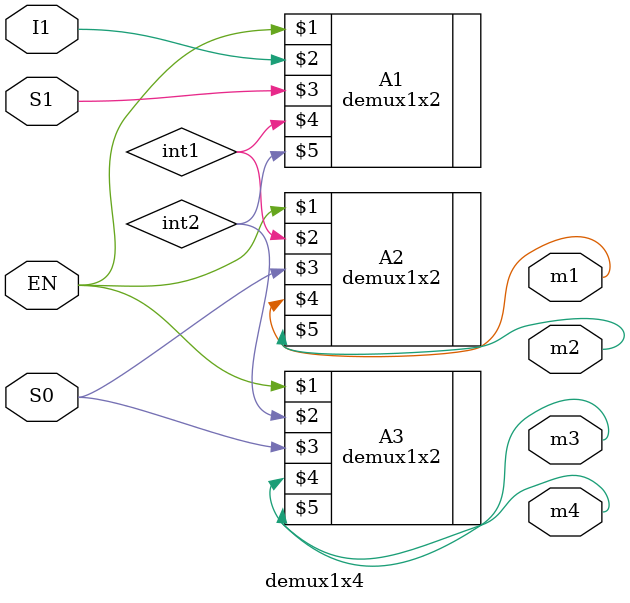
<source format=v>
`timescale 1ns / 1ps
module demux1x4(
    input EN,
	 input I1,
    input S1,
    input S0,
    output m1,
    output m2,
    output m3,
    output m4
    );
	 
	 demux1x2 A1(EN, I1, S1, int1, int2);
	 demux1x2 A2(EN, int1, S0, m1, m2);
	 demux1x2 A3(EN, int2, S0, m3, m4); 


endmodule

</source>
